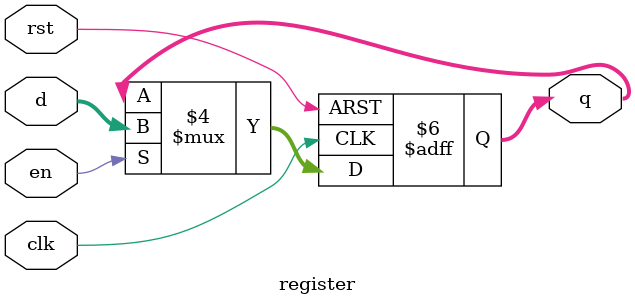
<source format=v>
`timescale 1ns / 1ps


module register(
			clk,
			rst,
			en,				
			d,				
			q				
    );
    input clk,rst,en;
    input wire[15:0]d;
    output reg[15:0]q;
   always@(posedge clk or negedge rst )
     if(rst==0)
       q <= 0000000000000000;//重置
     else
       begin
          if(en==1)
             q <= d;//使能信号为1时，在时钟上升沿被赋值
       end
endmodule

</source>
